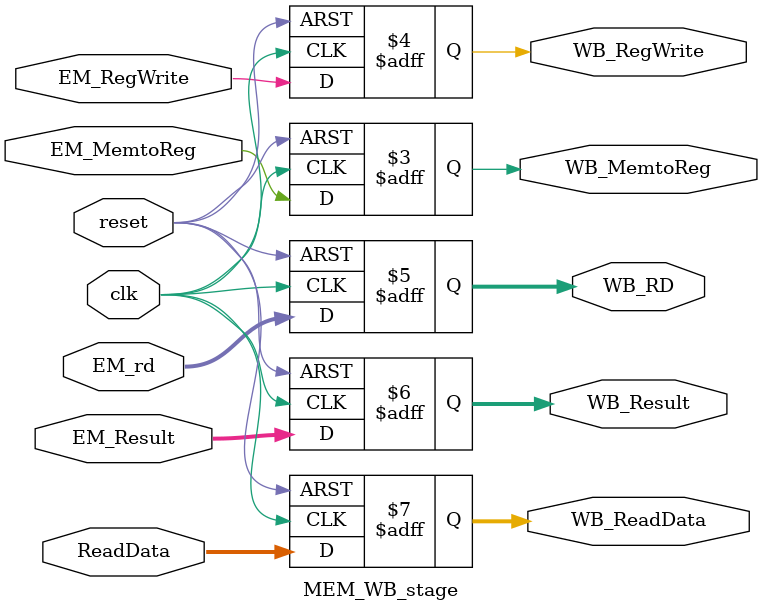
<source format=v>
`timescale 1ns / 1ps


module MEM_WB_stage(
    input clk, reset,
    //write back 
    input EM_MemtoReg, EM_RegWrite,
    input [4:0] EM_rd,
    input [63:0] EM_Result,// alu 64 bit result
    input [63:0] ReadData,
    //
    output reg WB_MemtoReg, WB_RegWrite,
    output reg [4:0] WB_RD,
    output reg [63:0] WB_Result,// alu 64 bit result
    output reg [63:0] WB_ReadData
    );
    
always @(posedge clk  or posedge reset) 
begin 
    if(reset ==1'b1)
    begin 
        
        WB_MemtoReg = 0;
        WB_RegWrite = 0;
        WB_RD= 0;
        WB_ReadData = 0;
        WB_Result = 0;
    end 
    else 
    begin
        WB_MemtoReg = EM_MemtoReg;
        WB_RegWrite = EM_RegWrite;
        WB_RD = EM_rd;
        WB_ReadData = ReadData;
        WB_Result = EM_Result;
    end 
end
endmodule

</source>
